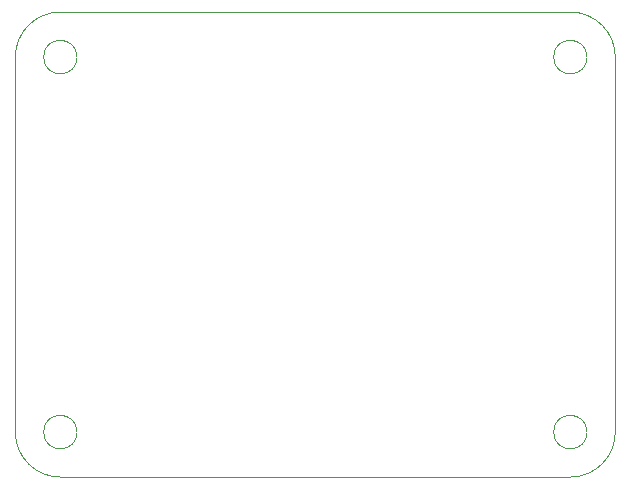
<source format=gbr>
G04 #@! TF.GenerationSoftware,KiCad,Pcbnew,(5.1.5-0-10_14)*
G04 #@! TF.CreationDate,2020-06-16T06:13:13+09:00*
G04 #@! TF.ProjectId,sensor&button,73656e73-6f72-4266-9275-74746f6e2e6b,rev?*
G04 #@! TF.SameCoordinates,Original*
G04 #@! TF.FileFunction,Profile,NP*
%FSLAX46Y46*%
G04 Gerber Fmt 4.6, Leading zero omitted, Abs format (unit mm)*
G04 Created by KiCad (PCBNEW (5.1.5-0-10_14)) date 2020-06-16 06:13:13*
%MOMM*%
%LPD*%
G04 APERTURE LIST*
%ADD10C,0.050000*%
G04 APERTURE END LIST*
D10*
X34925000Y-111760000D02*
X34925000Y-143510000D01*
X85725000Y-111760000D02*
X85725000Y-143510000D01*
X38735000Y-107950000D02*
X81915000Y-107950000D01*
X34925000Y-111760000D02*
G75*
G02X38735000Y-107950000I3810000J0D01*
G01*
X81915000Y-107950000D02*
G75*
G02X85725000Y-111760000I0J-3810000D01*
G01*
X81915000Y-147320000D02*
X38735000Y-147320000D01*
X38735000Y-147320000D02*
G75*
G02X34925000Y-143510000I0J3810000D01*
G01*
X85725000Y-143510000D02*
G75*
G02X81915000Y-147320000I-3810000J0D01*
G01*
X83334903Y-143510000D02*
G75*
G03X83334903Y-143510000I-1419903J0D01*
G01*
X40154903Y-143510000D02*
G75*
G03X40154903Y-143510000I-1419903J0D01*
G01*
X40154903Y-111760000D02*
G75*
G03X40154903Y-111760000I-1419903J0D01*
G01*
X83334903Y-111760000D02*
G75*
G03X83334903Y-111760000I-1419903J0D01*
G01*
M02*

</source>
